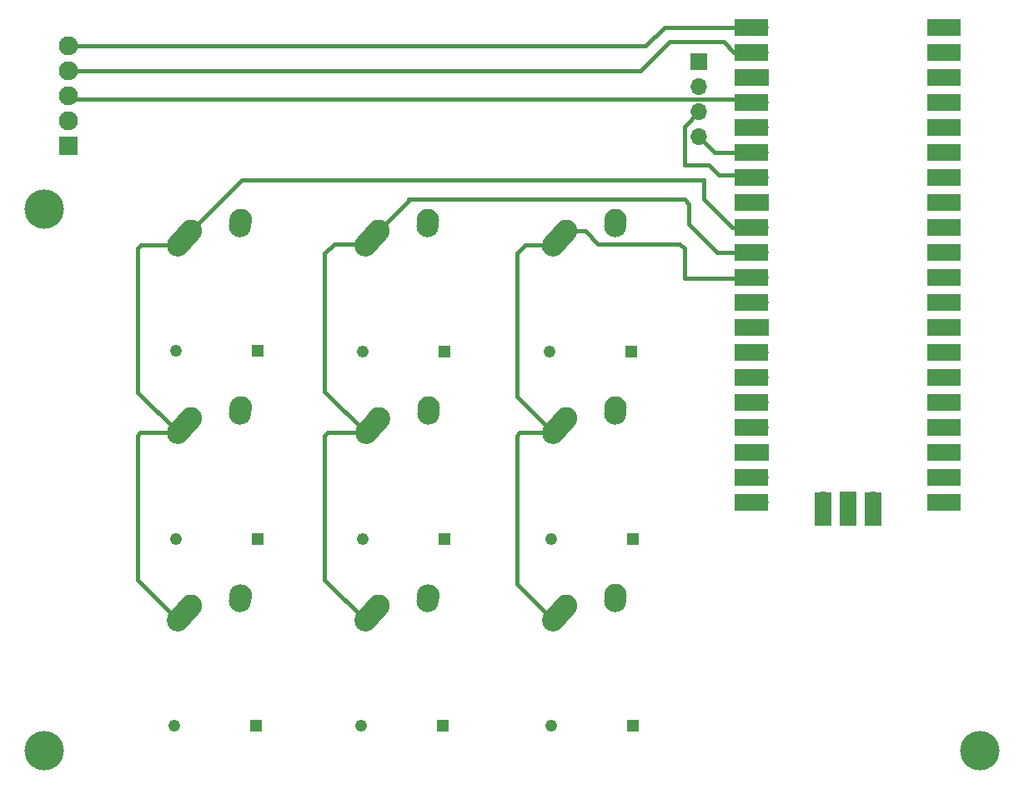
<source format=gbr>
%TF.GenerationSoftware,KiCad,Pcbnew,7.0.8*%
%TF.CreationDate,2023-11-02T17:37:10-07:00*%
%TF.ProjectId,3D4E Macropad,33443445-204d-4616-9372-6f7061642e6b,rev?*%
%TF.SameCoordinates,Original*%
%TF.FileFunction,Copper,L1,Top*%
%TF.FilePolarity,Positive*%
%FSLAX46Y46*%
G04 Gerber Fmt 4.6, Leading zero omitted, Abs format (unit mm)*
G04 Created by KiCad (PCBNEW 7.0.8) date 2023-11-02 17:37:10*
%MOMM*%
%LPD*%
G01*
G04 APERTURE LIST*
G04 Aperture macros list*
%AMHorizOval*
0 Thick line with rounded ends*
0 $1 width*
0 $2 $3 position (X,Y) of the first rounded end (center of the circle)*
0 $4 $5 position (X,Y) of the second rounded end (center of the circle)*
0 Add line between two ends*
20,1,$1,$2,$3,$4,$5,0*
0 Add two circle primitives to create the rounded ends*
1,1,$1,$2,$3*
1,1,$1,$4,$5*%
G04 Aperture macros list end*
%TA.AperFunction,ComponentPad*%
%ADD10C,1.238000*%
%TD*%
%TA.AperFunction,ComponentPad*%
%ADD11R,1.238000X1.238000*%
%TD*%
%TA.AperFunction,ComponentPad*%
%ADD12HorizOval,2.250000X0.655001X0.730000X-0.655001X-0.730000X0*%
%TD*%
%TA.AperFunction,ComponentPad*%
%ADD13C,2.250000*%
%TD*%
%TA.AperFunction,ComponentPad*%
%ADD14HorizOval,2.250000X0.020000X0.290000X-0.020000X-0.290000X0*%
%TD*%
%TA.AperFunction,ComponentPad*%
%ADD15R,1.700000X1.700000*%
%TD*%
%TA.AperFunction,ComponentPad*%
%ADD16O,1.700000X1.700000*%
%TD*%
%TA.AperFunction,ComponentPad*%
%ADD17C,1.930400*%
%TD*%
%TA.AperFunction,ComponentPad*%
%ADD18R,1.930400X1.930400*%
%TD*%
%TA.AperFunction,ComponentPad*%
%ADD19C,4.000000*%
%TD*%
%TA.AperFunction,SMDPad,CuDef*%
%ADD20R,3.500000X1.700000*%
%TD*%
%TA.AperFunction,SMDPad,CuDef*%
%ADD21R,1.700000X3.500000*%
%TD*%
%TA.AperFunction,Conductor*%
%ADD22C,0.381000*%
%TD*%
G04 APERTURE END LIST*
D10*
%TO.P,D3,A*%
%TO.N,Net-(MX4-ROW)*%
X38354000Y-103500000D03*
D11*
%TO.P,D3,C*%
%TO.N,Row_1*%
X46646000Y-103500000D03*
%TD*%
D12*
%TO.P,MX9,1,COL*%
%TO.N,Col 2*%
X77345001Y-111030000D03*
D13*
X78000000Y-110300000D03*
D14*
%TO.P,MX9,2,ROW*%
%TO.N,Net-(MX9-ROW)*%
X83020000Y-109510000D03*
D13*
X83040000Y-109220000D03*
%TD*%
D12*
%TO.P,MX7,1,COL*%
%TO.N,Col 0*%
X39265001Y-111040000D03*
D13*
X39920000Y-110310000D03*
D14*
%TO.P,MX7,2,ROW*%
%TO.N,Net-(MX7-ROW)*%
X44940000Y-109520000D03*
D13*
X44960000Y-109230000D03*
%TD*%
D10*
%TO.P,D4,A*%
%TO.N,Net-(MX5-ROW)*%
X57354000Y-103500000D03*
D11*
%TO.P,D4,C*%
%TO.N,Row_1*%
X65646000Y-103500000D03*
%TD*%
D10*
%TO.P,D1,A*%
%TO.N,Net-(MX2-ROW)*%
X57354000Y-84500000D03*
D11*
%TO.P,D1,C*%
%TO.N,Row_0*%
X65646000Y-84500000D03*
%TD*%
D10*
%TO.P,D2,A*%
%TO.N,Net-(MX3-ROW)*%
X76354000Y-84500000D03*
D11*
%TO.P,D2,C*%
%TO.N,Row_0*%
X84646000Y-84500000D03*
%TD*%
D10*
%TO.P,D8,A*%
%TO.N,Net-(MX9-ROW)*%
X76500000Y-122500000D03*
D11*
%TO.P,D8,C*%
%TO.N,Row_2*%
X84792000Y-122500000D03*
%TD*%
D12*
%TO.P,MX5,1,COL*%
%TO.N,Col 1*%
X58345001Y-91980000D03*
D13*
X59000000Y-91250000D03*
D14*
%TO.P,MX5,2,ROW*%
%TO.N,Net-(MX5-ROW)*%
X64020000Y-90460000D03*
D13*
X64040000Y-90170000D03*
%TD*%
D15*
%TO.P,ssd1,1,GND*%
%TO.N,GND*%
X91500000Y-55000000D03*
D16*
%TO.P,ssd1,2,VCC*%
%TO.N,VCC*%
X91500000Y-57540000D03*
%TO.P,ssd1,3,SCL*%
%TO.N,SSD1306-SCK*%
X91500000Y-60080000D03*
%TO.P,ssd1,4,SDA*%
%TO.N,SSD1306-SDA*%
X91500000Y-62620000D03*
%TD*%
D17*
%TO.P,U2,CLK,CLK*%
%TO.N,KY040-CLK*%
X27500000Y-53420000D03*
%TO.P,U2,DT,DT*%
%TO.N,KY040-DT*%
X27500000Y-55960000D03*
D18*
%TO.P,U2,GND,GND*%
%TO.N,GND*%
X27500000Y-63580000D03*
D17*
%TO.P,U2,SW,SW*%
%TO.N,KY040-SW*%
X27500000Y-58500000D03*
%TO.P,U2,VCC,VCC*%
%TO.N,VCC*%
X27500000Y-61040000D03*
%TD*%
D10*
%TO.P,D5,A*%
%TO.N,Net-(MX6-ROW)*%
X76500000Y-103500000D03*
D11*
%TO.P,D5,C*%
%TO.N,Row_1*%
X84792000Y-103500000D03*
%TD*%
D10*
%TO.P,D6,A*%
%TO.N,Net-(MX7-ROW)*%
X38208000Y-122500000D03*
D11*
%TO.P,D6,C*%
%TO.N,Row_2*%
X46500000Y-122500000D03*
%TD*%
D12*
%TO.P,MX4,1,COL*%
%TO.N,Col 0*%
X39265001Y-91980000D03*
D13*
X39920000Y-91250000D03*
D14*
%TO.P,MX4,2,ROW*%
%TO.N,Net-(MX4-ROW)*%
X44940000Y-90460000D03*
D13*
X44960000Y-90170000D03*
%TD*%
D12*
%TO.P,MX3,1,COL*%
%TO.N,Col 2*%
X77345001Y-72930000D03*
D13*
X78000000Y-72200000D03*
D14*
%TO.P,MX3,2,ROW*%
%TO.N,Net-(MX3-ROW)*%
X83020000Y-71410000D03*
D13*
X83040000Y-71120000D03*
%TD*%
D10*
%TO.P,D0,A*%
%TO.N,Net-(MX1-ROW)*%
X38354000Y-84400000D03*
D11*
%TO.P,D0,C*%
%TO.N,Row_0*%
X46646000Y-84400000D03*
%TD*%
D12*
%TO.P,MX8,1,COL*%
%TO.N,Col 1*%
X58315001Y-111050000D03*
D13*
X58970000Y-110320000D03*
D14*
%TO.P,MX8,2,ROW*%
%TO.N,Net-(MX8-ROW)*%
X63990000Y-109530000D03*
D13*
X64010000Y-109240000D03*
%TD*%
D12*
%TO.P,MX6,1,COL*%
%TO.N,Col 2*%
X77345001Y-91980000D03*
D13*
X78000000Y-91250000D03*
D14*
%TO.P,MX6,2,ROW*%
%TO.N,Net-(MX6-ROW)*%
X83020000Y-90460000D03*
D13*
X83040000Y-90170000D03*
%TD*%
D19*
%TO.P,HOLE_M3,1*%
%TO.N,N/C*%
X25000000Y-125000000D03*
%TD*%
D16*
%TO.P,U1,1,GPIO0*%
%TO.N,KY040-CLK*%
X97720000Y-51500000D03*
D20*
X96820000Y-51500000D03*
D16*
%TO.P,U1,2,GPIO1*%
%TO.N,KY040-DT*%
X97720000Y-54040000D03*
D20*
X96820000Y-54040000D03*
D15*
%TO.P,U1,3,GND*%
%TO.N,GND*%
X97720000Y-56580000D03*
D20*
X96820000Y-56580000D03*
D16*
%TO.P,U1,4,GPIO2*%
%TO.N,KY040-SW*%
X97720000Y-59120000D03*
D20*
X96820000Y-59120000D03*
D16*
%TO.P,U1,5,GPIO3*%
%TO.N,unconnected-(U1-GPIO3-Pad5)*%
X97720000Y-61660000D03*
D20*
X96820000Y-61660000D03*
D16*
%TO.P,U1,6,GPIO4*%
%TO.N,SSD1306-SDA*%
X97720000Y-64200000D03*
D20*
X96820000Y-64200000D03*
D16*
%TO.P,U1,7,GPIO5*%
%TO.N,SSD1306-SCK*%
X97720000Y-66740000D03*
D20*
X96820000Y-66740000D03*
D15*
%TO.P,U1,8,GND*%
%TO.N,GND*%
X97720000Y-69280000D03*
D20*
X96820000Y-69280000D03*
D16*
%TO.P,U1,9,GPIO6*%
%TO.N,Col 0*%
X97720000Y-71820000D03*
D20*
X96820000Y-71820000D03*
D16*
%TO.P,U1,10,GPIO7*%
%TO.N,Col 1*%
X97720000Y-74360000D03*
D20*
X96820000Y-74360000D03*
D16*
%TO.P,U1,11,GPIO8*%
%TO.N,Col 2*%
X97720000Y-76900000D03*
D20*
X96820000Y-76900000D03*
D16*
%TO.P,U1,12,GPIO9*%
%TO.N,unconnected-(U1-GPIO9-Pad12)*%
X97720000Y-79440000D03*
D20*
X96820000Y-79440000D03*
D15*
%TO.P,U1,13,GND*%
%TO.N,GND*%
X97720000Y-81980000D03*
D20*
X96820000Y-81980000D03*
D16*
%TO.P,U1,14,GPIO10*%
%TO.N,unconnected-(U1-GPIO10-Pad14)*%
X97720000Y-84520000D03*
D20*
X96820000Y-84520000D03*
D16*
%TO.P,U1,15,GPIO11*%
%TO.N,unconnected-(U1-GPIO11-Pad15)*%
X97720000Y-87060000D03*
D20*
X96820000Y-87060000D03*
D16*
%TO.P,U1,16,GPIO12*%
%TO.N,unconnected-(U1-GPIO12-Pad16)*%
X97720000Y-89600000D03*
D20*
X96820000Y-89600000D03*
D16*
%TO.P,U1,17,GPIO13*%
%TO.N,Row_0*%
X97720000Y-92140000D03*
D20*
X96820000Y-92140000D03*
D15*
%TO.P,U1,18,GND*%
%TO.N,GND*%
X97720000Y-94680000D03*
D20*
X96820000Y-94680000D03*
D16*
%TO.P,U1,19,GPIO14*%
%TO.N,Row_1*%
X97720000Y-97220000D03*
D20*
X96820000Y-97220000D03*
D16*
%TO.P,U1,20,GPIO15*%
%TO.N,Row_2*%
X97720000Y-99760000D03*
D20*
X96820000Y-99760000D03*
D16*
%TO.P,U1,21,GPIO16*%
%TO.N,unconnected-(U1-GPIO16-Pad21)*%
X115500000Y-99760000D03*
D20*
X116400000Y-99760000D03*
D16*
%TO.P,U1,22,GPIO17*%
%TO.N,unconnected-(U1-GPIO17-Pad22)*%
X115500000Y-97220000D03*
D20*
X116400000Y-97220000D03*
D15*
%TO.P,U1,23,GND*%
%TO.N,unconnected-(U1-GND-Pad23)*%
X115500000Y-94680000D03*
D20*
X116400000Y-94680000D03*
D16*
%TO.P,U1,24,GPIO18*%
%TO.N,unconnected-(U1-GPIO18-Pad24)*%
X115500000Y-92140000D03*
D20*
X116400000Y-92140000D03*
D16*
%TO.P,U1,25,GPIO19*%
%TO.N,unconnected-(U1-GPIO19-Pad25)*%
X115500000Y-89600000D03*
D20*
X116400000Y-89600000D03*
D16*
%TO.P,U1,26,GPIO20*%
%TO.N,unconnected-(U1-GPIO20-Pad26)*%
X115500000Y-87060000D03*
D20*
X116400000Y-87060000D03*
D16*
%TO.P,U1,27,GPIO21*%
%TO.N,unconnected-(U1-GPIO21-Pad27)*%
X115500000Y-84520000D03*
D20*
X116400000Y-84520000D03*
D15*
%TO.P,U1,28,GND*%
%TO.N,unconnected-(U1-GND-Pad28)*%
X115500000Y-81980000D03*
D20*
X116400000Y-81980000D03*
D16*
%TO.P,U1,29,GPIO22*%
%TO.N,unconnected-(U1-GPIO22-Pad29)*%
X115500000Y-79440000D03*
D20*
X116400000Y-79440000D03*
D16*
%TO.P,U1,30,RUN*%
%TO.N,unconnected-(U1-RUN-Pad30)*%
X115500000Y-76900000D03*
D20*
X116400000Y-76900000D03*
D16*
%TO.P,U1,31,GPIO26_ADC0*%
%TO.N,unconnected-(U1-GPIO26_ADC0-Pad31)*%
X115500000Y-74360000D03*
D20*
X116400000Y-74360000D03*
D16*
%TO.P,U1,32,GPIO27_ADC1*%
%TO.N,unconnected-(U1-GPIO27_ADC1-Pad32)*%
X115500000Y-71820000D03*
D20*
X116400000Y-71820000D03*
D15*
%TO.P,U1,33,AGND*%
%TO.N,unconnected-(U1-AGND-Pad33)*%
X115500000Y-69280000D03*
D20*
X116400000Y-69280000D03*
D16*
%TO.P,U1,34,GPIO28_ADC2*%
%TO.N,unconnected-(U1-GPIO28_ADC2-Pad34)*%
X115500000Y-66740000D03*
D20*
X116400000Y-66740000D03*
D16*
%TO.P,U1,35,ADC_VREF*%
%TO.N,unconnected-(U1-ADC_VREF-Pad35)*%
X115500000Y-64200000D03*
D20*
X116400000Y-64200000D03*
D16*
%TO.P,U1,36,3V3*%
%TO.N,VCC*%
X115500000Y-61660000D03*
D20*
X116400000Y-61660000D03*
D16*
%TO.P,U1,37,3V3_EN*%
%TO.N,unconnected-(U1-3V3_EN-Pad37)*%
X115500000Y-59120000D03*
D20*
X116400000Y-59120000D03*
D15*
%TO.P,U1,38,GND*%
%TO.N,GND*%
X115500000Y-56580000D03*
D20*
X116400000Y-56580000D03*
D16*
%TO.P,U1,39,VSYS*%
%TO.N,unconnected-(U1-VSYS-Pad39)*%
X115500000Y-54040000D03*
D20*
X116400000Y-54040000D03*
D16*
%TO.P,U1,40,VBUS*%
%TO.N,unconnected-(U1-VBUS-Pad40)*%
X115500000Y-51500000D03*
D20*
X116400000Y-51500000D03*
D16*
%TO.P,U1,41,SWCLK*%
%TO.N,unconnected-(U1-SWCLK-Pad41)*%
X104070000Y-99530000D03*
D21*
X104070000Y-100430000D03*
D15*
%TO.P,U1,42,GND*%
%TO.N,unconnected-(U1-GND-Pad42)*%
X106610000Y-99530000D03*
D21*
X106610000Y-100430000D03*
D16*
%TO.P,U1,43,SWDIO*%
%TO.N,unconnected-(U1-SWDIO-Pad43)*%
X109150000Y-99530000D03*
D21*
X109150000Y-100430000D03*
%TD*%
D19*
%TO.P,HOLE_M3,1*%
%TO.N,N/C*%
X25000000Y-70000000D03*
%TD*%
D12*
%TO.P,MX2,1,COL*%
%TO.N,Col 1*%
X58281251Y-72930000D03*
D13*
X58936250Y-72200000D03*
D14*
%TO.P,MX2,2,ROW*%
%TO.N,Net-(MX2-ROW)*%
X63956250Y-71410000D03*
D13*
X63976250Y-71120000D03*
%TD*%
D10*
%TO.P,D7,A*%
%TO.N,Net-(MX8-ROW)*%
X57208000Y-122500000D03*
D11*
%TO.P,D7,C*%
%TO.N,Row_2*%
X65500000Y-122500000D03*
%TD*%
D12*
%TO.P,MX1,1,COL*%
%TO.N,Col 0*%
X39265001Y-72930000D03*
D13*
X39920000Y-72200000D03*
D14*
%TO.P,MX1,2,ROW*%
%TO.N,Net-(MX1-ROW)*%
X44940000Y-71410000D03*
D13*
X44960000Y-71120000D03*
%TD*%
D19*
%TO.P,HOLE_M3,1*%
%TO.N,N/C*%
X120000000Y-125000000D03*
%TD*%
D22*
%TO.N,Col 0*%
X34500000Y-107660000D02*
X38610000Y-111770000D01*
X92000000Y-69000000D02*
X94820000Y-71820000D01*
X34840000Y-73660000D02*
X34500000Y-74000000D01*
X92000000Y-67000000D02*
X92000000Y-69000000D01*
X39920000Y-72200000D02*
X45120000Y-67000000D01*
X34500000Y-93000000D02*
X34500000Y-107660000D01*
X38610000Y-92710000D02*
X34790000Y-92710000D01*
X94820000Y-71820000D02*
X97720000Y-71820000D01*
X34500000Y-88600000D02*
X38610000Y-92710000D01*
X45120000Y-67000000D02*
X92000000Y-67000000D01*
X34790000Y-92710000D02*
X34500000Y-93000000D01*
X34500000Y-74000000D02*
X34500000Y-88600000D01*
X38610000Y-73660000D02*
X34840000Y-73660000D01*
%TO.N,Col 1*%
X53500000Y-107620000D02*
X57660000Y-111780000D01*
X53500000Y-74500000D02*
X53500000Y-88520000D01*
X90000000Y-69000000D02*
X90500000Y-69500000D01*
X54500000Y-73500000D02*
X53500000Y-74500000D01*
X53500000Y-88520000D02*
X57690000Y-92710000D01*
X90500000Y-69500000D02*
X90500000Y-71500000D01*
X53790000Y-92710000D02*
X53500000Y-93000000D01*
X58936250Y-72200000D02*
X62000000Y-69136250D01*
X57690000Y-92710000D02*
X53790000Y-92710000D01*
X93360000Y-74360000D02*
X97720000Y-74360000D01*
X90500000Y-71500000D02*
X93360000Y-74360000D01*
X57466250Y-73500000D02*
X54500000Y-73500000D01*
X62000000Y-69136250D02*
X62000000Y-69000000D01*
X57466250Y-73500000D02*
X57626250Y-73660000D01*
X53500000Y-93000000D02*
X53500000Y-107620000D01*
X62000000Y-69000000D02*
X90000000Y-69000000D01*
%TO.N,Col 2*%
X73840000Y-73660000D02*
X73000000Y-74500000D01*
X76690000Y-92710000D02*
X73290000Y-92710000D01*
X79942761Y-72200000D02*
X81242761Y-73500000D01*
X76690000Y-73660000D02*
X73840000Y-73660000D01*
X73000000Y-74500000D02*
X73000000Y-89020000D01*
X76690000Y-73660000D02*
X76099602Y-73660000D01*
X97620000Y-77000000D02*
X97720000Y-76900000D01*
X73000000Y-89020000D02*
X76690000Y-92710000D01*
X90000000Y-74000000D02*
X90000000Y-77000000D01*
X76099602Y-73660000D02*
X75759602Y-74000000D01*
X73000000Y-108070000D02*
X76690000Y-111760000D01*
X78000000Y-72200000D02*
X79942761Y-72200000D01*
X90000000Y-77000000D02*
X97620000Y-77000000D01*
X81242761Y-73500000D02*
X89500000Y-73500000D01*
X73290000Y-92710000D02*
X73000000Y-93000000D01*
X73000000Y-93000000D02*
X73000000Y-108070000D01*
X89500000Y-73500000D02*
X90000000Y-74000000D01*
%TO.N,KY040-SW*%
X27500000Y-58500000D02*
X27844156Y-58844156D01*
X27844156Y-58844156D02*
X97444156Y-58844156D01*
X97444156Y-58844156D02*
X97720000Y-59120000D01*
%TO.N,KY040-DT*%
X95040000Y-54040000D02*
X97720000Y-54040000D01*
X88500000Y-53000000D02*
X94000000Y-53000000D01*
X85540000Y-55960000D02*
X88500000Y-53000000D01*
X94000000Y-53000000D02*
X95040000Y-54040000D01*
X27500000Y-55960000D02*
X85540000Y-55960000D01*
%TO.N,KY040-CLK*%
X27500000Y-53420000D02*
X86080000Y-53420000D01*
X86080000Y-53420000D02*
X88000000Y-51500000D01*
X88000000Y-51500000D02*
X97720000Y-51500000D01*
%TO.N,SSD1306-SCK*%
X93500000Y-66500000D02*
X97480000Y-66500000D01*
X90000000Y-65500000D02*
X92500000Y-65500000D01*
X97480000Y-66500000D02*
X97720000Y-66740000D01*
X91500000Y-60080000D02*
X90000000Y-61580000D01*
X92500000Y-65500000D02*
X93500000Y-66500000D01*
X90000000Y-61580000D02*
X90000000Y-65500000D01*
%TO.N,SSD1306-SDA*%
X91500000Y-62620000D02*
X93080000Y-64200000D01*
X93080000Y-64200000D02*
X97720000Y-64200000D01*
%TD*%
M02*

</source>
